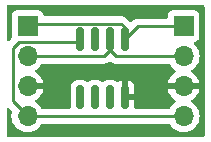
<source format=gbr>
%TF.GenerationSoftware,KiCad,Pcbnew,7.0.8-7.0.8~ubuntu20.04.1*%
%TF.CreationDate,2023-10-29T20:49:58+01:00*%
%TF.ProjectId,atecc_board,61746563-635f-4626-9f61-72642e6b6963,rev?*%
%TF.SameCoordinates,Original*%
%TF.FileFunction,Copper,L1,Top*%
%TF.FilePolarity,Positive*%
%FSLAX46Y46*%
G04 Gerber Fmt 4.6, Leading zero omitted, Abs format (unit mm)*
G04 Created by KiCad (PCBNEW 7.0.8-7.0.8~ubuntu20.04.1) date 2023-10-29 20:49:58*
%MOMM*%
%LPD*%
G01*
G04 APERTURE LIST*
G04 Aperture macros list*
%AMRoundRect*
0 Rectangle with rounded corners*
0 $1 Rounding radius*
0 $2 $3 $4 $5 $6 $7 $8 $9 X,Y pos of 4 corners*
0 Add a 4 corners polygon primitive as box body*
4,1,4,$2,$3,$4,$5,$6,$7,$8,$9,$2,$3,0*
0 Add four circle primitives for the rounded corners*
1,1,$1+$1,$2,$3*
1,1,$1+$1,$4,$5*
1,1,$1+$1,$6,$7*
1,1,$1+$1,$8,$9*
0 Add four rect primitives between the rounded corners*
20,1,$1+$1,$2,$3,$4,$5,0*
20,1,$1+$1,$4,$5,$6,$7,0*
20,1,$1+$1,$6,$7,$8,$9,0*
20,1,$1+$1,$8,$9,$2,$3,0*%
G04 Aperture macros list end*
%TA.AperFunction,SMDPad,CuDef*%
%ADD10RoundRect,0.150000X0.150000X-0.825000X0.150000X0.825000X-0.150000X0.825000X-0.150000X-0.825000X0*%
%TD*%
%TA.AperFunction,ComponentPad*%
%ADD11R,1.700000X1.700000*%
%TD*%
%TA.AperFunction,ComponentPad*%
%ADD12O,1.700000X1.700000*%
%TD*%
%TA.AperFunction,Conductor*%
%ADD13C,0.250000*%
%TD*%
G04 APERTURE END LIST*
D10*
%TO.P,U2,1,NC*%
%TO.N,unconnected-(U2-NC-Pad1)*%
X80137000Y-56831000D03*
%TO.P,U2,2,NC*%
%TO.N,unconnected-(U2-NC-Pad2)*%
X81407000Y-56831000D03*
%TO.P,U2,3,NC*%
%TO.N,unconnected-(U2-NC-Pad3)*%
X82677000Y-56831000D03*
%TO.P,U2,4,GND*%
%TO.N,GND*%
X83947000Y-56831000D03*
%TO.P,U2,5,SDA*%
%TO.N,SDA*%
X83947000Y-51881000D03*
%TO.P,U2,6,SCL*%
%TO.N,SCL*%
X82677000Y-51881000D03*
%TO.P,U2,7,NC*%
%TO.N,unconnected-(U2-NC-Pad7)*%
X81407000Y-51881000D03*
%TO.P,U2,8,VCC*%
%TO.N,VCC*%
X80137000Y-51881000D03*
%TD*%
D11*
%TO.P,J2,1,Pin_1*%
%TO.N,SDA*%
X88900000Y-50800000D03*
D12*
%TO.P,J2,2,Pin_2*%
%TO.N,SCL*%
X88900000Y-53340000D03*
%TO.P,J2,3,Pin_3*%
%TO.N,GND*%
X88900000Y-55880000D03*
%TO.P,J2,4,Pin_4*%
%TO.N,VCC*%
X88900000Y-58420000D03*
%TD*%
D11*
%TO.P,J1,1,Pin_1*%
%TO.N,SDA*%
X75692000Y-50800000D03*
D12*
%TO.P,J1,2,Pin_2*%
%TO.N,SCL*%
X75692000Y-53340000D03*
%TO.P,J1,3,Pin_3*%
%TO.N,GND*%
X75692000Y-55880000D03*
%TO.P,J1,4,Pin_4*%
%TO.N,VCC*%
X75692000Y-58420000D03*
%TD*%
D13*
%TO.N,VCC*%
X75692000Y-58420000D02*
X74422000Y-57150000D01*
X74422000Y-57150000D02*
X74422000Y-52628800D01*
X74422000Y-52628800D02*
X74930000Y-52120800D01*
X74930000Y-52120800D02*
X79897200Y-52120800D01*
X79897200Y-52120800D02*
X80137000Y-51881000D01*
X75692000Y-58420000D02*
X88900000Y-58420000D01*
%TO.N,SCL*%
X75692000Y-53340000D02*
X82193000Y-53340000D01*
X82193000Y-53340000D02*
X82677000Y-52856000D01*
X82677000Y-52856000D02*
X82677000Y-51881000D01*
%TO.N,SDA*%
X75692000Y-50800000D02*
X75911000Y-50581000D01*
X75911000Y-50581000D02*
X83622000Y-50581000D01*
X83622000Y-50581000D02*
X83947000Y-50906000D01*
X83947000Y-50906000D02*
X83947000Y-51881000D01*
X83947000Y-51881000D02*
X85028000Y-50800000D01*
X85028000Y-50800000D02*
X88900000Y-50800000D01*
%TO.N,SCL*%
X82677000Y-52856000D02*
X83161000Y-53340000D01*
X83161000Y-53340000D02*
X88900000Y-53340000D01*
%TD*%
%TA.AperFunction,Conductor*%
%TO.N,GND*%
G36*
X90621039Y-49041685D02*
G01*
X90666794Y-49094489D01*
X90678000Y-49146000D01*
X90678000Y-60074000D01*
X90658315Y-60141039D01*
X90605511Y-60186794D01*
X90554000Y-60198000D01*
X74038000Y-60198000D01*
X73970961Y-60178315D01*
X73925206Y-60125511D01*
X73914000Y-60074000D01*
X73914000Y-57825952D01*
X73933685Y-57758913D01*
X73986489Y-57713158D01*
X74055647Y-57703214D01*
X74119203Y-57732239D01*
X74125681Y-57738271D01*
X74351762Y-57964352D01*
X74385247Y-58025675D01*
X74383856Y-58084126D01*
X74356938Y-58184586D01*
X74356936Y-58184596D01*
X74336341Y-58419999D01*
X74336341Y-58420000D01*
X74356936Y-58655403D01*
X74356938Y-58655413D01*
X74418094Y-58883655D01*
X74418096Y-58883659D01*
X74418097Y-58883663D01*
X74493563Y-59045500D01*
X74517965Y-59097830D01*
X74517967Y-59097834D01*
X74626281Y-59252521D01*
X74653505Y-59291401D01*
X74820599Y-59458495D01*
X74917384Y-59526265D01*
X75014165Y-59594032D01*
X75014167Y-59594033D01*
X75014170Y-59594035D01*
X75228337Y-59693903D01*
X75456592Y-59755063D01*
X75644918Y-59771539D01*
X75691999Y-59775659D01*
X75692000Y-59775659D01*
X75692001Y-59775659D01*
X75731234Y-59772226D01*
X75927408Y-59755063D01*
X76155663Y-59693903D01*
X76369830Y-59594035D01*
X76563401Y-59458495D01*
X76730495Y-59291401D01*
X76865652Y-59098377D01*
X76920229Y-59054752D01*
X76967227Y-59045500D01*
X87624773Y-59045500D01*
X87691812Y-59065185D01*
X87726348Y-59098377D01*
X87861500Y-59291395D01*
X87861505Y-59291401D01*
X88028599Y-59458495D01*
X88125384Y-59526265D01*
X88222165Y-59594032D01*
X88222167Y-59594033D01*
X88222170Y-59594035D01*
X88436337Y-59693903D01*
X88664592Y-59755063D01*
X88852918Y-59771539D01*
X88899999Y-59775659D01*
X88900000Y-59775659D01*
X88900001Y-59775659D01*
X88939234Y-59772226D01*
X89135408Y-59755063D01*
X89363663Y-59693903D01*
X89577830Y-59594035D01*
X89771401Y-59458495D01*
X89938495Y-59291401D01*
X90074035Y-59097830D01*
X90173903Y-58883663D01*
X90235063Y-58655408D01*
X90255659Y-58420000D01*
X90235063Y-58184592D01*
X90173903Y-57956337D01*
X90074035Y-57742171D01*
X90073652Y-57741623D01*
X89938494Y-57548597D01*
X89771402Y-57381506D01*
X89771401Y-57381505D01*
X89585405Y-57251269D01*
X89541781Y-57196692D01*
X89534588Y-57127193D01*
X89566110Y-57064839D01*
X89585405Y-57048119D01*
X89771082Y-56918105D01*
X89938105Y-56751082D01*
X90073600Y-56557578D01*
X90173429Y-56343492D01*
X90173432Y-56343486D01*
X90230636Y-56130000D01*
X89333686Y-56130000D01*
X89359493Y-56089844D01*
X89400000Y-55951889D01*
X89400000Y-55808111D01*
X89359493Y-55670156D01*
X89333686Y-55630000D01*
X90230636Y-55630000D01*
X90230635Y-55629999D01*
X90173432Y-55416513D01*
X90173429Y-55416507D01*
X90073600Y-55202422D01*
X90073599Y-55202420D01*
X89938113Y-55008926D01*
X89938108Y-55008920D01*
X89771078Y-54841890D01*
X89585405Y-54711879D01*
X89541780Y-54657302D01*
X89534588Y-54587804D01*
X89566110Y-54525449D01*
X89585406Y-54508730D01*
X89771401Y-54378495D01*
X89938495Y-54211401D01*
X90074035Y-54017830D01*
X90173903Y-53803663D01*
X90235063Y-53575408D01*
X90255659Y-53340000D01*
X90235063Y-53104592D01*
X90173903Y-52876337D01*
X90074035Y-52662171D01*
X90073651Y-52661623D01*
X89938496Y-52468600D01*
X89895455Y-52425559D01*
X89816567Y-52346671D01*
X89783084Y-52285351D01*
X89788068Y-52215659D01*
X89829939Y-52159725D01*
X89860915Y-52142810D01*
X89992331Y-52093796D01*
X90107546Y-52007546D01*
X90193796Y-51892331D01*
X90244091Y-51757483D01*
X90250500Y-51697873D01*
X90250499Y-49902128D01*
X90244091Y-49842517D01*
X90193796Y-49707669D01*
X90193795Y-49707668D01*
X90193793Y-49707664D01*
X90107547Y-49592455D01*
X90107544Y-49592452D01*
X89992335Y-49506206D01*
X89992328Y-49506202D01*
X89857482Y-49455908D01*
X89857483Y-49455908D01*
X89797883Y-49449501D01*
X89797881Y-49449500D01*
X89797873Y-49449500D01*
X89797864Y-49449500D01*
X88002129Y-49449500D01*
X88002123Y-49449501D01*
X87942516Y-49455908D01*
X87807671Y-49506202D01*
X87807664Y-49506206D01*
X87692455Y-49592452D01*
X87692452Y-49592455D01*
X87606206Y-49707664D01*
X87606202Y-49707671D01*
X87555908Y-49842517D01*
X87551555Y-49883011D01*
X87549501Y-49902123D01*
X87549500Y-49902135D01*
X87549500Y-50050500D01*
X87529815Y-50117539D01*
X87477011Y-50163294D01*
X87425500Y-50174500D01*
X85110743Y-50174500D01*
X85095122Y-50172775D01*
X85095096Y-50173061D01*
X85087334Y-50172327D01*
X85087333Y-50172327D01*
X85018186Y-50174500D01*
X84988649Y-50174500D01*
X84981766Y-50175369D01*
X84975949Y-50175826D01*
X84929373Y-50177290D01*
X84910129Y-50182881D01*
X84891079Y-50186825D01*
X84871211Y-50189334D01*
X84827884Y-50206488D01*
X84822358Y-50208379D01*
X84777614Y-50221379D01*
X84777610Y-50221381D01*
X84760366Y-50231579D01*
X84742905Y-50240133D01*
X84724274Y-50247510D01*
X84724262Y-50247517D01*
X84686570Y-50274902D01*
X84681687Y-50278109D01*
X84641580Y-50301829D01*
X84627414Y-50315995D01*
X84612624Y-50328627D01*
X84596414Y-50340404D01*
X84596412Y-50340407D01*
X84566711Y-50376309D01*
X84562778Y-50380630D01*
X84522182Y-50421227D01*
X84460860Y-50454713D01*
X84391168Y-50449729D01*
X84346819Y-50421228D01*
X84122803Y-50197212D01*
X84112980Y-50184950D01*
X84112759Y-50185134D01*
X84107786Y-50179123D01*
X84090930Y-50163294D01*
X84057364Y-50131773D01*
X84043130Y-50117539D01*
X84036475Y-50110883D01*
X84030986Y-50106625D01*
X84026561Y-50102847D01*
X83992582Y-50070938D01*
X83992580Y-50070936D01*
X83992577Y-50070935D01*
X83975029Y-50061288D01*
X83958763Y-50050604D01*
X83942933Y-50038325D01*
X83900168Y-50019818D01*
X83894922Y-50017248D01*
X83854093Y-49994803D01*
X83854092Y-49994802D01*
X83834693Y-49989822D01*
X83816281Y-49983518D01*
X83797898Y-49975562D01*
X83797892Y-49975560D01*
X83751874Y-49968272D01*
X83746152Y-49967087D01*
X83701021Y-49955500D01*
X83701019Y-49955500D01*
X83680984Y-49955500D01*
X83661586Y-49953973D01*
X83654162Y-49952797D01*
X83641805Y-49950840D01*
X83641804Y-49950840D01*
X83595416Y-49955225D01*
X83589578Y-49955500D01*
X77159621Y-49955500D01*
X77092582Y-49935815D01*
X77046827Y-49883011D01*
X77036331Y-49844747D01*
X77036091Y-49842517D01*
X76985797Y-49707671D01*
X76985793Y-49707664D01*
X76899547Y-49592455D01*
X76899544Y-49592452D01*
X76784335Y-49506206D01*
X76784328Y-49506202D01*
X76649482Y-49455908D01*
X76649483Y-49455908D01*
X76589883Y-49449501D01*
X76589881Y-49449500D01*
X76589873Y-49449500D01*
X76589864Y-49449500D01*
X74794129Y-49449500D01*
X74794123Y-49449501D01*
X74734516Y-49455908D01*
X74599671Y-49506202D01*
X74599664Y-49506206D01*
X74484455Y-49592452D01*
X74484452Y-49592455D01*
X74398206Y-49707664D01*
X74398202Y-49707671D01*
X74347908Y-49842517D01*
X74343555Y-49883011D01*
X74341501Y-49902123D01*
X74341500Y-49902135D01*
X74341500Y-51697870D01*
X74341501Y-51697876D01*
X74347471Y-51753411D01*
X74335064Y-51822170D01*
X74311862Y-51854345D01*
X74125681Y-52040527D01*
X74064358Y-52074012D01*
X73994667Y-52069028D01*
X73938733Y-52027157D01*
X73914316Y-51961692D01*
X73914000Y-51952846D01*
X73914000Y-49146000D01*
X73933685Y-49078961D01*
X73986489Y-49033206D01*
X74038000Y-49022000D01*
X90554000Y-49022000D01*
X90621039Y-49041685D01*
G37*
%TD.AperFunction*%
%TA.AperFunction,Conductor*%
G36*
X82721509Y-53798585D02*
G01*
X82763065Y-53824376D01*
X82790418Y-53850062D01*
X82807976Y-53859714D01*
X82824235Y-53870395D01*
X82840064Y-53882673D01*
X82882838Y-53901182D01*
X82888056Y-53903738D01*
X82928908Y-53926197D01*
X82948316Y-53931180D01*
X82966717Y-53937480D01*
X82985104Y-53945437D01*
X83028488Y-53952308D01*
X83031119Y-53952725D01*
X83036839Y-53953909D01*
X83081981Y-53965500D01*
X83102016Y-53965500D01*
X83121414Y-53967026D01*
X83141194Y-53970159D01*
X83141195Y-53970160D01*
X83141195Y-53970159D01*
X83141196Y-53970160D01*
X83187584Y-53965775D01*
X83193422Y-53965500D01*
X87624773Y-53965500D01*
X87691812Y-53985185D01*
X87726348Y-54018377D01*
X87861501Y-54211396D01*
X87861506Y-54211402D01*
X88028597Y-54378493D01*
X88028603Y-54378498D01*
X88214594Y-54508730D01*
X88258219Y-54563307D01*
X88265413Y-54632805D01*
X88233890Y-54695160D01*
X88214595Y-54711880D01*
X88028922Y-54841890D01*
X88028920Y-54841891D01*
X87861891Y-55008920D01*
X87861886Y-55008926D01*
X87726400Y-55202420D01*
X87726399Y-55202422D01*
X87626570Y-55416507D01*
X87626567Y-55416513D01*
X87569364Y-55629999D01*
X87569364Y-55630000D01*
X88466314Y-55630000D01*
X88440507Y-55670156D01*
X88400000Y-55808111D01*
X88400000Y-55951889D01*
X88440507Y-56089844D01*
X88466314Y-56130000D01*
X87569364Y-56130000D01*
X87626567Y-56343486D01*
X87626570Y-56343492D01*
X87726399Y-56557578D01*
X87861894Y-56751082D01*
X88028917Y-56918105D01*
X88214595Y-57048119D01*
X88258219Y-57102696D01*
X88265412Y-57172195D01*
X88233890Y-57234549D01*
X88214595Y-57251269D01*
X88028594Y-57381508D01*
X87861505Y-57548597D01*
X87726348Y-57741623D01*
X87671771Y-57785248D01*
X87624773Y-57794500D01*
X84871000Y-57794500D01*
X84803961Y-57774815D01*
X84758206Y-57722011D01*
X84747000Y-57670500D01*
X84747000Y-57081000D01*
X83821000Y-57081000D01*
X83753961Y-57061315D01*
X83708206Y-57008511D01*
X83697000Y-56957000D01*
X83697000Y-55358703D01*
X84197000Y-55358703D01*
X84197000Y-56581000D01*
X84747000Y-56581000D01*
X84747000Y-55940356D01*
X84744100Y-55903510D01*
X84744099Y-55903504D01*
X84698283Y-55745806D01*
X84698282Y-55745803D01*
X84614685Y-55604447D01*
X84614678Y-55604438D01*
X84498561Y-55488321D01*
X84498552Y-55488314D01*
X84357196Y-55404717D01*
X84357193Y-55404716D01*
X84199494Y-55358900D01*
X84199497Y-55358900D01*
X84197000Y-55358703D01*
X83697000Y-55358703D01*
X83694503Y-55358900D01*
X83536806Y-55404716D01*
X83536803Y-55404717D01*
X83395449Y-55488313D01*
X83389283Y-55493097D01*
X83387389Y-55490655D01*
X83338580Y-55517239D01*
X83268894Y-55512179D01*
X83236227Y-55491159D01*
X83235031Y-55492702D01*
X83228862Y-55487917D01*
X83150681Y-55441681D01*
X83087398Y-55404256D01*
X83087397Y-55404255D01*
X83087396Y-55404255D01*
X83087393Y-55404254D01*
X82929573Y-55358402D01*
X82929567Y-55358401D01*
X82892696Y-55355500D01*
X82892694Y-55355500D01*
X82461306Y-55355500D01*
X82461304Y-55355500D01*
X82424432Y-55358401D01*
X82424426Y-55358402D01*
X82266606Y-55404254D01*
X82266603Y-55404255D01*
X82125137Y-55487917D01*
X82118969Y-55492702D01*
X82117072Y-55490256D01*
X82068358Y-55516857D01*
X81998666Y-55511873D01*
X81966296Y-55491069D01*
X81965031Y-55492702D01*
X81958862Y-55487917D01*
X81880681Y-55441681D01*
X81817398Y-55404256D01*
X81817397Y-55404255D01*
X81817396Y-55404255D01*
X81817393Y-55404254D01*
X81659573Y-55358402D01*
X81659567Y-55358401D01*
X81622696Y-55355500D01*
X81622694Y-55355500D01*
X81191306Y-55355500D01*
X81191304Y-55355500D01*
X81154432Y-55358401D01*
X81154426Y-55358402D01*
X80996606Y-55404254D01*
X80996603Y-55404255D01*
X80855137Y-55487917D01*
X80848969Y-55492702D01*
X80847072Y-55490256D01*
X80798358Y-55516857D01*
X80728666Y-55511873D01*
X80696296Y-55491069D01*
X80695031Y-55492702D01*
X80688862Y-55487917D01*
X80610681Y-55441681D01*
X80547398Y-55404256D01*
X80547397Y-55404255D01*
X80547396Y-55404255D01*
X80547393Y-55404254D01*
X80389573Y-55358402D01*
X80389567Y-55358401D01*
X80352696Y-55355500D01*
X80352694Y-55355500D01*
X79921306Y-55355500D01*
X79921304Y-55355500D01*
X79884432Y-55358401D01*
X79884426Y-55358402D01*
X79726606Y-55404254D01*
X79726603Y-55404255D01*
X79585137Y-55487917D01*
X79585129Y-55487923D01*
X79468923Y-55604129D01*
X79468917Y-55604137D01*
X79385255Y-55745603D01*
X79385254Y-55745606D01*
X79339402Y-55903426D01*
X79339401Y-55903432D01*
X79336500Y-55940304D01*
X79336500Y-57670500D01*
X79316815Y-57737539D01*
X79264011Y-57783294D01*
X79212500Y-57794500D01*
X76967227Y-57794500D01*
X76900188Y-57774815D01*
X76865652Y-57741623D01*
X76730494Y-57548597D01*
X76563402Y-57381506D01*
X76563401Y-57381505D01*
X76377405Y-57251269D01*
X76333781Y-57196692D01*
X76326588Y-57127193D01*
X76358110Y-57064839D01*
X76377405Y-57048119D01*
X76563082Y-56918105D01*
X76730105Y-56751082D01*
X76865600Y-56557578D01*
X76965429Y-56343492D01*
X76965432Y-56343486D01*
X77022636Y-56130000D01*
X76125686Y-56130000D01*
X76151493Y-56089844D01*
X76192000Y-55951889D01*
X76192000Y-55808111D01*
X76151493Y-55670156D01*
X76125686Y-55630000D01*
X77022636Y-55630000D01*
X77022635Y-55629999D01*
X76965432Y-55416513D01*
X76965429Y-55416507D01*
X76865600Y-55202422D01*
X76865599Y-55202420D01*
X76730113Y-55008926D01*
X76730108Y-55008920D01*
X76563078Y-54841890D01*
X76377405Y-54711879D01*
X76333780Y-54657302D01*
X76326588Y-54587804D01*
X76358110Y-54525449D01*
X76377406Y-54508730D01*
X76563401Y-54378495D01*
X76730495Y-54211401D01*
X76865652Y-54018377D01*
X76920229Y-53974752D01*
X76967227Y-53965500D01*
X82110257Y-53965500D01*
X82125877Y-53967224D01*
X82125904Y-53966939D01*
X82133660Y-53967671D01*
X82133667Y-53967673D01*
X82202814Y-53965500D01*
X82232350Y-53965500D01*
X82239228Y-53964630D01*
X82245041Y-53964172D01*
X82291627Y-53962709D01*
X82310869Y-53957117D01*
X82329912Y-53953174D01*
X82349792Y-53950664D01*
X82393122Y-53933507D01*
X82398646Y-53931617D01*
X82402396Y-53930527D01*
X82443390Y-53918618D01*
X82460629Y-53908422D01*
X82478103Y-53899862D01*
X82496727Y-53892488D01*
X82496727Y-53892487D01*
X82496732Y-53892486D01*
X82534449Y-53865082D01*
X82539305Y-53861892D01*
X82579420Y-53838170D01*
X82590498Y-53827091D01*
X82651817Y-53793604D01*
X82721509Y-53798585D01*
G37*
%TD.AperFunction*%
%TD*%
M02*

</source>
